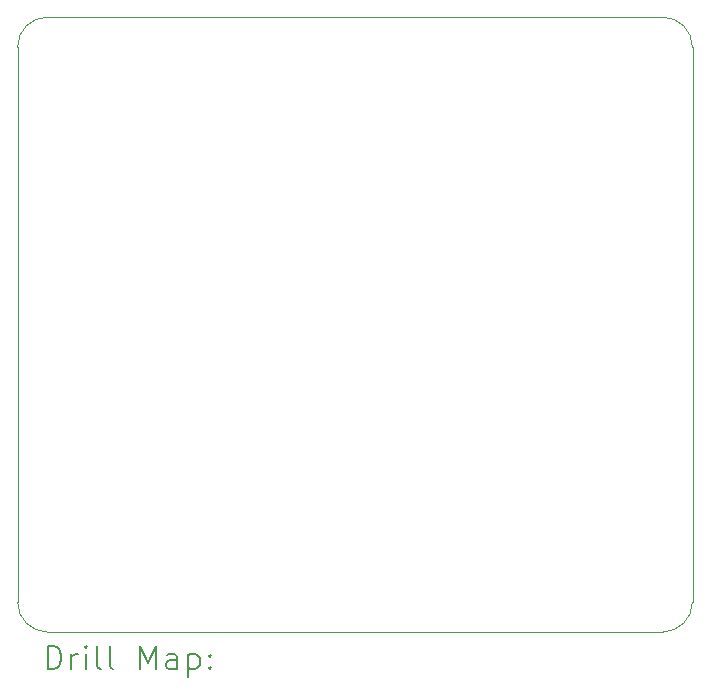
<source format=gbr>
%TF.GenerationSoftware,KiCad,Pcbnew,7.0.10*%
%TF.CreationDate,2026-01-21T09:32:43+08:00*%
%TF.ProjectId,KiCad_Esp32_LotNoDisplay,4b694361-645f-4457-9370-33325f4c6f74,rev?*%
%TF.SameCoordinates,Original*%
%TF.FileFunction,Drillmap*%
%TF.FilePolarity,Positive*%
%FSLAX45Y45*%
G04 Gerber Fmt 4.5, Leading zero omitted, Abs format (unit mm)*
G04 Created by KiCad (PCBNEW 7.0.10) date 2026-01-21 09:32:43*
%MOMM*%
%LPD*%
G01*
G04 APERTURE LIST*
%ADD10C,0.100000*%
%ADD11C,0.200000*%
G04 APERTURE END LIST*
D10*
X2286000Y-2540000D02*
G75*
G03*
X2032000Y-2794000I0J-254000D01*
G01*
X2286000Y-2540000D02*
X7493000Y-2540000D01*
X7493000Y-7747000D02*
G75*
G03*
X7747000Y-7493000I0J254000D01*
G01*
X2032000Y-7493000D02*
G75*
G03*
X2286000Y-7747000I254000J0D01*
G01*
X7493000Y-7747000D02*
X2286000Y-7747000D01*
X2032000Y-7493000D02*
X2032000Y-2794000D01*
X7747000Y-2794000D02*
G75*
G03*
X7493000Y-2540000I-254000J0D01*
G01*
X7747000Y-2794000D02*
X7747000Y-7493000D01*
D11*
X2287777Y-8063484D02*
X2287777Y-7863484D01*
X2287777Y-7863484D02*
X2335396Y-7863484D01*
X2335396Y-7863484D02*
X2363967Y-7873008D01*
X2363967Y-7873008D02*
X2383015Y-7892055D01*
X2383015Y-7892055D02*
X2392539Y-7911103D01*
X2392539Y-7911103D02*
X2402063Y-7949198D01*
X2402063Y-7949198D02*
X2402063Y-7977769D01*
X2402063Y-7977769D02*
X2392539Y-8015865D01*
X2392539Y-8015865D02*
X2383015Y-8034912D01*
X2383015Y-8034912D02*
X2363967Y-8053960D01*
X2363967Y-8053960D02*
X2335396Y-8063484D01*
X2335396Y-8063484D02*
X2287777Y-8063484D01*
X2487777Y-8063484D02*
X2487777Y-7930150D01*
X2487777Y-7968246D02*
X2497301Y-7949198D01*
X2497301Y-7949198D02*
X2506824Y-7939674D01*
X2506824Y-7939674D02*
X2525872Y-7930150D01*
X2525872Y-7930150D02*
X2544920Y-7930150D01*
X2611586Y-8063484D02*
X2611586Y-7930150D01*
X2611586Y-7863484D02*
X2602063Y-7873008D01*
X2602063Y-7873008D02*
X2611586Y-7882531D01*
X2611586Y-7882531D02*
X2621110Y-7873008D01*
X2621110Y-7873008D02*
X2611586Y-7863484D01*
X2611586Y-7863484D02*
X2611586Y-7882531D01*
X2735396Y-8063484D02*
X2716348Y-8053960D01*
X2716348Y-8053960D02*
X2706824Y-8034912D01*
X2706824Y-8034912D02*
X2706824Y-7863484D01*
X2840158Y-8063484D02*
X2821110Y-8053960D01*
X2821110Y-8053960D02*
X2811586Y-8034912D01*
X2811586Y-8034912D02*
X2811586Y-7863484D01*
X3068729Y-8063484D02*
X3068729Y-7863484D01*
X3068729Y-7863484D02*
X3135396Y-8006341D01*
X3135396Y-8006341D02*
X3202062Y-7863484D01*
X3202062Y-7863484D02*
X3202062Y-8063484D01*
X3383015Y-8063484D02*
X3383015Y-7958722D01*
X3383015Y-7958722D02*
X3373491Y-7939674D01*
X3373491Y-7939674D02*
X3354443Y-7930150D01*
X3354443Y-7930150D02*
X3316348Y-7930150D01*
X3316348Y-7930150D02*
X3297301Y-7939674D01*
X3383015Y-8053960D02*
X3363967Y-8063484D01*
X3363967Y-8063484D02*
X3316348Y-8063484D01*
X3316348Y-8063484D02*
X3297301Y-8053960D01*
X3297301Y-8053960D02*
X3287777Y-8034912D01*
X3287777Y-8034912D02*
X3287777Y-8015865D01*
X3287777Y-8015865D02*
X3297301Y-7996817D01*
X3297301Y-7996817D02*
X3316348Y-7987293D01*
X3316348Y-7987293D02*
X3363967Y-7987293D01*
X3363967Y-7987293D02*
X3383015Y-7977769D01*
X3478253Y-7930150D02*
X3478253Y-8130150D01*
X3478253Y-7939674D02*
X3497301Y-7930150D01*
X3497301Y-7930150D02*
X3535396Y-7930150D01*
X3535396Y-7930150D02*
X3554443Y-7939674D01*
X3554443Y-7939674D02*
X3563967Y-7949198D01*
X3563967Y-7949198D02*
X3573491Y-7968246D01*
X3573491Y-7968246D02*
X3573491Y-8025388D01*
X3573491Y-8025388D02*
X3563967Y-8044436D01*
X3563967Y-8044436D02*
X3554443Y-8053960D01*
X3554443Y-8053960D02*
X3535396Y-8063484D01*
X3535396Y-8063484D02*
X3497301Y-8063484D01*
X3497301Y-8063484D02*
X3478253Y-8053960D01*
X3659205Y-8044436D02*
X3668729Y-8053960D01*
X3668729Y-8053960D02*
X3659205Y-8063484D01*
X3659205Y-8063484D02*
X3649682Y-8053960D01*
X3649682Y-8053960D02*
X3659205Y-8044436D01*
X3659205Y-8044436D02*
X3659205Y-8063484D01*
X3659205Y-7939674D02*
X3668729Y-7949198D01*
X3668729Y-7949198D02*
X3659205Y-7958722D01*
X3659205Y-7958722D02*
X3649682Y-7949198D01*
X3649682Y-7949198D02*
X3659205Y-7939674D01*
X3659205Y-7939674D02*
X3659205Y-7958722D01*
M02*

</source>
